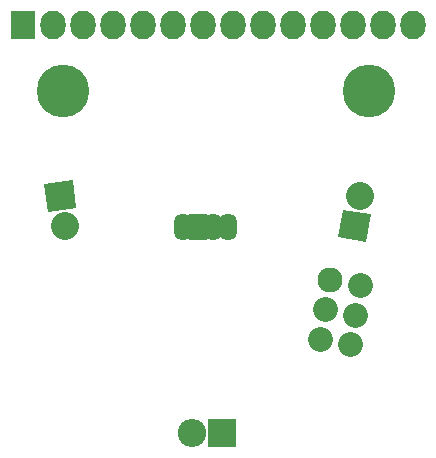
<source format=gbs>
G04 #@! TF.FileFunction,Soldermask,Bot*
%FSLAX46Y46*%
G04 Gerber Fmt 4.6, Leading zero omitted, Abs format (unit mm)*
G04 Created by KiCad (PCBNEW 4.0.1-stable) date 2016 March 22, Tuesday 17:13:29*
%MOMM*%
G01*
G04 APERTURE LIST*
%ADD10C,0.100000*%
%ADD11R,2.127200X2.432000*%
%ADD12O,2.127200X2.432000*%
%ADD13O,1.517600X2.305000*%
%ADD14R,1.517600X2.305000*%
%ADD15C,4.464000*%
%ADD16C,2.127200*%
%ADD17C,2.127200*%
%ADD18O,2.398980X2.398980*%
%ADD19R,2.398980X2.398980*%
%ADD20C,2.398980*%
G04 APERTURE END LIST*
D10*
D11*
X127127000Y-69088000D03*
D12*
X129667000Y-69088000D03*
X132207000Y-69088000D03*
X134747000Y-69088000D03*
X137287000Y-69088000D03*
X139827000Y-69088000D03*
X142367000Y-69088000D03*
X144907000Y-69088000D03*
X147447000Y-69088000D03*
X149987000Y-69088000D03*
X152527000Y-69088000D03*
X155067000Y-69088000D03*
X157607000Y-69088000D03*
X160147000Y-69088000D03*
D13*
X140716000Y-86233000D03*
D14*
X141986000Y-86233000D03*
D13*
X143256000Y-86233000D03*
X144526000Y-86233000D03*
D15*
X156464000Y-74676000D03*
X130556000Y-74676000D03*
D16*
X153162000Y-90678000D03*
D17*
X155663412Y-91119066D02*
X155663412Y-91119066D01*
X152720934Y-93179412D02*
X152720934Y-93179412D01*
X155222345Y-93620478D02*
X155222345Y-93620478D01*
X152279867Y-95680823D02*
X152279867Y-95680823D01*
X154781279Y-96121890D02*
X154781279Y-96121890D01*
D18*
X141478000Y-103632000D03*
D19*
X144018000Y-103632000D03*
D20*
X130655500Y-86081281D02*
X130655500Y-86081281D01*
D10*
G36*
X128947247Y-82545120D02*
X131322880Y-82211247D01*
X131656753Y-84586880D01*
X129281120Y-84920753D01*
X128947247Y-82545120D01*
X128947247Y-82545120D01*
G37*
D20*
X155635066Y-83604588D02*
X155635066Y-83604588D01*
D10*
G36*
X156166978Y-87495556D02*
X153804444Y-87078978D01*
X154221022Y-84716444D01*
X156583556Y-85133022D01*
X156166978Y-87495556D01*
X156166978Y-87495556D01*
G37*
M02*

</source>
